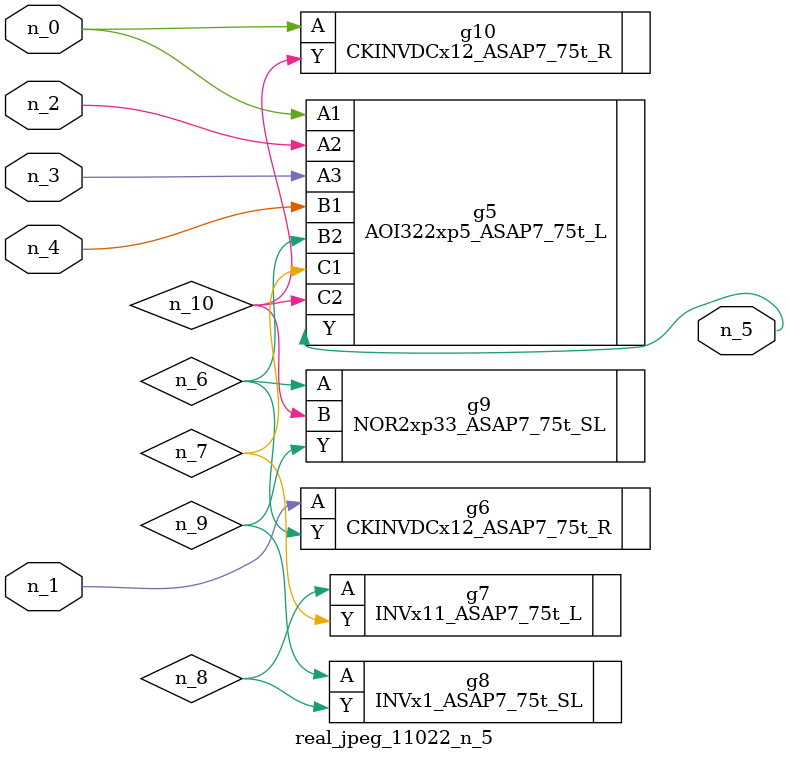
<source format=v>
module real_jpeg_11022_n_5 (n_4, n_0, n_1, n_2, n_3, n_5);

input n_4;
input n_0;
input n_1;
input n_2;
input n_3;

output n_5;

wire n_8;
wire n_6;
wire n_7;
wire n_10;
wire n_9;

AOI322xp5_ASAP7_75t_L g5 ( 
.A1(n_0),
.A2(n_2),
.A3(n_3),
.B1(n_4),
.B2(n_6),
.C1(n_7),
.C2(n_10),
.Y(n_5)
);

CKINVDCx12_ASAP7_75t_R g10 ( 
.A(n_0),
.Y(n_10)
);

CKINVDCx12_ASAP7_75t_R g6 ( 
.A(n_1),
.Y(n_6)
);

NOR2xp33_ASAP7_75t_SL g9 ( 
.A(n_6),
.B(n_10),
.Y(n_9)
);

INVx11_ASAP7_75t_L g7 ( 
.A(n_8),
.Y(n_7)
);

INVx1_ASAP7_75t_SL g8 ( 
.A(n_9),
.Y(n_8)
);


endmodule
</source>
